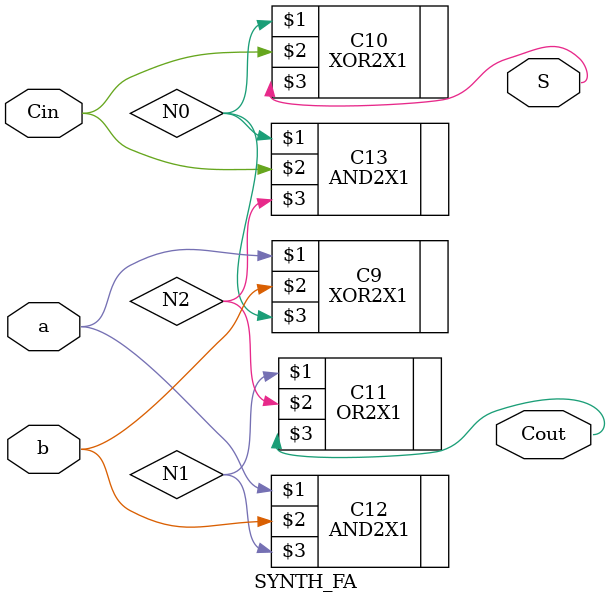
<source format=v>



module SYNTH_FA ( a, b, Cin, S, Cout );
  input a, b, Cin;
  output S, Cout;
  wire   N0, N1, N2;

  XOR2X1 C9 ( (a), (b), (N0) );
  XOR2X1 C10 ( (N0), (Cin), (S) );
  OR2X1 C11 ( (N1), (N2), (Cout) );
  AND2X1 C12 ( (a), (b), (N1) );
  AND2X1 C13 ( (N0), (Cin), (N2) );
endmodule


</source>
